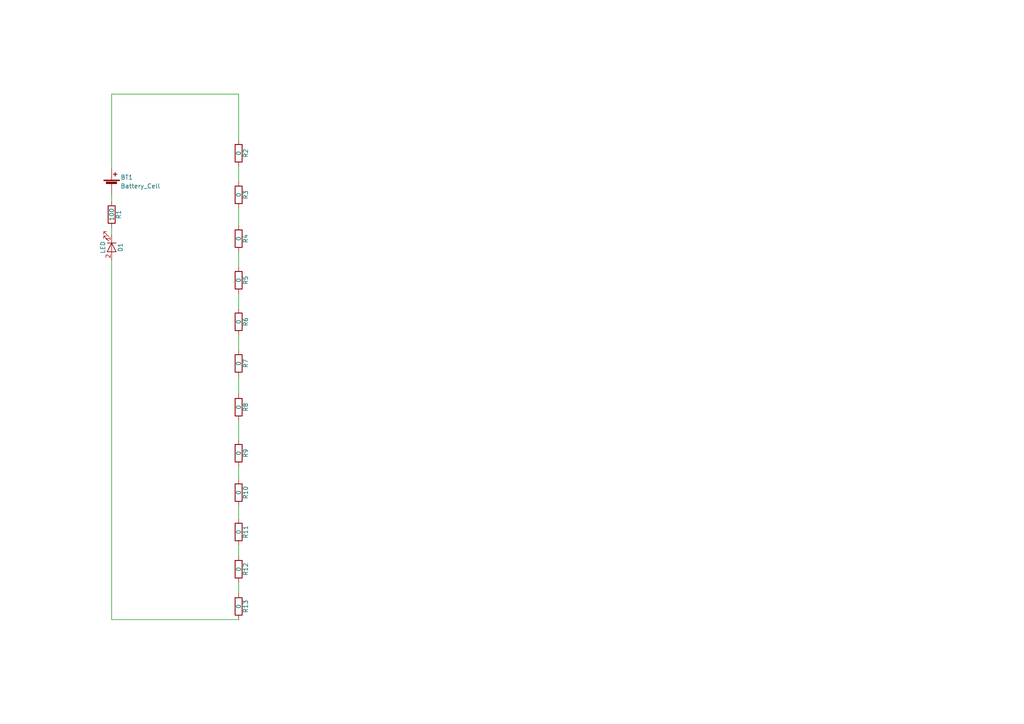
<source format=kicad_sch>
(kicad_sch (version 20230121) (generator eeschema)
  (paper "A4")
  (lib_symbols
    (symbol "Obstacle-Course-rescue:Battery_Cell" (pin_numbers hide) (pin_names (offset 0) hide)
      (property "Reference" "BT" (at 2.54 2.54 0))
      (property "Value" "Battery_Cell" (at 2.54 0 0))
      (symbol "Battery_Cell_0_1"
        (rectangle (start -2.286 1.778) (end 2.286 1.524) (fill (type outline)))
        (rectangle (start -1.5748 1.1938) (end 1.4732 0.6858) (fill (type outline)))
        (polyline (pts (xy 0 0.762) (xy 0 0)))
        (polyline (pts (xy 0 1.778) (xy 0 2.54)))
        (polyline (pts (xy 0.508 3.429) (xy 1.524 3.429)) (stroke (width 0.254)))
        (polyline (pts (xy 1.016 3.937) (xy 1.016 2.921)) (stroke (width 0.254)))
      )
      (symbol "Battery_Cell_1_1"
        (pin passive line (at 0 5.08 270) (length 2.54) (name "+") (number "1"))
        (pin passive line (at 0 -2.54 90) (length 2.54) (name "-") (number "2"))
      )
    )
    (symbol "Obstacle-Course-rescue:LED" (pin_names (offset 1.016) hide)
      (property "Reference" "D" (at 0 2.54 0))
      (property "Value" "LED" (at 0 -2.54 0))
      (symbol "LED_0_1"
        (polyline (pts (xy -1.27 -1.27) (xy -1.27 1.27)) (stroke (width 0.2032)))
        (polyline (pts (xy -1.27 0) (xy 1.27 0)))
        (polyline (pts (xy 1.27 -1.27) (xy 1.27 1.27) (xy -1.27 0) (xy 1.27 -1.27)) (stroke (width 0.2032)))
        (polyline (pts (xy -3.048 -0.762) (xy -4.572 -2.286) (xy -3.81 -2.286) (xy -4.572 -2.286) (xy -4.572 -1.524)))
        (polyline (pts (xy -1.778 -0.762) (xy -3.302 -2.286) (xy -2.54 -2.286) (xy -3.302 -2.286) (xy -3.302 -1.524)))
      )
      (symbol "LED_1_1"
        (pin passive line (at -3.81 0 0) (length 2.54) (name "K") (number "1"))
        (pin passive line (at 3.81 0 180) (length 2.54) (name "A") (number "2"))
      )
    )
    (symbol "Obstacle-Course-rescue:R" (pin_numbers hide) (pin_names (offset 0))
      (property "Reference" "R" (at 2.032 0 90))
      (property "Value" "R" (at 0 0 90))
      (symbol "R_0_1"
        (rectangle (start -1.016 -2.54) (end 1.016 2.54) (stroke (width 0.254)))
      )
      (symbol "R_1_1"
        (pin passive line (at 0 3.81 270) (length 1.27) (name "~") (number "1"))
        (pin passive line (at 0 -3.81 90) (length 1.27) (name "~") (number "2"))
      )
    )
  )
  (wire (pts (xy 69.215 73.025) (xy 69.215 77.47)))
  (wire (pts (xy 32.385 66.04) (xy 32.385 67.945)))
  (wire (pts (xy 32.385 27.305) (xy 69.215 27.305)))
  (wire (pts (xy 69.215 109.22) (xy 69.215 114.3)))
  (wire (pts (xy 69.215 27.305) (xy 69.215 40.64)))
  (wire (pts (xy 69.215 135.255) (xy 69.215 139.065)))
  (wire (pts (xy 69.215 168.91) (xy 69.215 172.085)))
  (wire (pts (xy 69.215 97.155) (xy 69.215 101.6)))
  (wire (pts (xy 32.385 58.42) (xy 32.385 56.515)))
  (wire (pts (xy 69.215 60.325) (xy 69.215 65.405)))
  (wire (pts (xy 69.215 85.09) (xy 69.215 89.535)))
  (wire (pts (xy 69.215 48.26) (xy 69.215 52.705)))
  (wire (pts (xy 69.215 179.705) (xy 32.385 179.705)))
  (wire (pts (xy 32.385 179.705) (xy 32.385 75.565)))
  (wire (pts (xy 32.385 48.895) (xy 32.385 27.305)))
  (wire (pts (xy 69.215 146.685) (xy 69.215 150.495)))
  (wire (pts (xy 69.215 121.92) (xy 69.215 127.635)))
  (wire (pts (xy 69.215 158.115) (xy 69.215 161.29)))
  (symbol (lib_id "Obstacle-Course-rescue:R") (at 69.215 44.45 0) (unit 1)
    (property "Reference" "R2" (at 71.247 44.45 90))
    (property "Value" "0" (at 69.215 44.45 90))
    (property "Footprint" "Resistors_SMD:R_0603" (effects hide))
  )
  (symbol (lib_id "Obstacle-Course-rescue:R") (at 69.215 56.515 0) (unit 1)
    (property "Reference" "R3" (at 71.247 56.515 90))
    (property "Value" "0" (at 69.215 56.515 90))
    (property "Footprint" "Resistors_SMD:R_0603" (effects hide))
  )
  (symbol (lib_id "Obstacle-Course-rescue:R") (at 69.215 69.215 0) (unit 1)
    (property "Reference" "R4" (at 71.247 69.215 90))
    (property "Value" "0" (at 69.215 69.215 90))
    (property "Footprint" "Resistors_SMD:R_0603" (effects hide))
  )
  (symbol (lib_id "Obstacle-Course-rescue:R") (at 69.215 81.28 0) (unit 1)
    (property "Reference" "R5" (at 71.247 81.28 90))
    (property "Value" "0" (at 69.215 81.28 90))
    (property "Footprint" "Resistors_SMD:R_0603" (effects hide))
  )
  (symbol (lib_id "Obstacle-Course-rescue:R") (at 69.215 93.345 0) (unit 1)
    (property "Reference" "R6" (at 71.247 93.345 90))
    (property "Value" "0" (at 69.215 93.345 90))
    (property "Footprint" "Resistors_SMD:R_0603" (effects hide))
  )
  (symbol (lib_id "Obstacle-Course-rescue:R") (at 69.215 105.41 0) (unit 1)
    (property "Reference" "R7" (at 71.247 105.41 90))
    (property "Value" "0" (at 69.215 105.41 90))
    (property "Footprint" "Resistors_SMD:R_0603" (effects hide))
  )
  (symbol (lib_id "Obstacle-Course-rescue:R") (at 69.215 118.11 0) (unit 1)
    (property "Reference" "R8" (at 71.247 118.11 90))
    (property "Value" "0" (at 69.215 118.11 90))
    (property "Footprint" "Resistors_SMD:R_0603" (effects hide))
  )
  (symbol (lib_id "Obstacle-Course-rescue:R") (at 69.215 131.445 0) (unit 1)
    (property "Reference" "R9" (at 71.247 131.445 90))
    (property "Value" "0" (at 69.215 131.445 90))
    (property "Footprint" "Resistors_SMD:R_0603" (effects hide))
  )
  (symbol (lib_id "Obstacle-Course-rescue:R") (at 69.215 142.875 0) (unit 1)
    (property "Reference" "R10" (at 71.247 142.875 90))
    (property "Value" "0" (at 69.215 142.875 90))
    (property "Footprint" "Resistors_SMD:R_0603" (effects hide))
  )
  (symbol (lib_id "Obstacle-Course-rescue:R") (at 69.215 154.305 0) (unit 1)
    (property "Reference" "R11" (at 71.247 154.305 90))
    (property "Value" "0" (at 69.215 154.305 90))
    (property "Footprint" "Resistors_SMD:R_0603" (effects hide))
  )
  (symbol (lib_id "Obstacle-Course-rescue:R") (at 69.215 165.1 0) (unit 1)
    (property "Reference" "R12" (at 71.247 165.1 90))
    (property "Value" "0" (at 69.215 165.1 90))
    (property "Footprint" "Resistors_SMD:R_0603" (effects hide))
  )
  (symbol (lib_id "Obstacle-Course-rescue:R") (at 69.215 175.895 0) (unit 1)
    (property "Reference" "R13" (at 71.247 175.895 90))
    (property "Value" "0" (at 69.215 175.895 90))
    (property "Footprint" "Resistors_SMD:R_0603" (effects hide))
  )
  (symbol (lib_id "Obstacle-Course-rescue:Battery_Cell") (at 32.385 53.975 0) (unit 1)
    (property "Reference" "BT1" (at 34.925 51.435 0) (effects (justify left)))
    (property "Value" "Battery_Cell" (at 34.925 53.975 0) (effects (justify left)))
  )
  (symbol (lib_id "Obstacle-Course-rescue:LED") (at 32.385 71.755 270) (unit 1)
    (property "Reference" "D1" (at 34.925 71.755 0))
    (property "Value" "LED" (at 29.845 71.755 0))
    (property "Footprint" "LEDs:LED_0805" (effects hide))
  )
  (symbol (lib_id "Obstacle-Course-rescue:R") (at 32.385 62.23 0) (unit 1)
    (property "Reference" "R1" (at 34.417 62.23 90))
    (property "Value" "100" (at 32.385 62.23 90))
    (property "Footprint" "Resistors_SMD:R_0805" (effects hide))
  )
)
</source>
